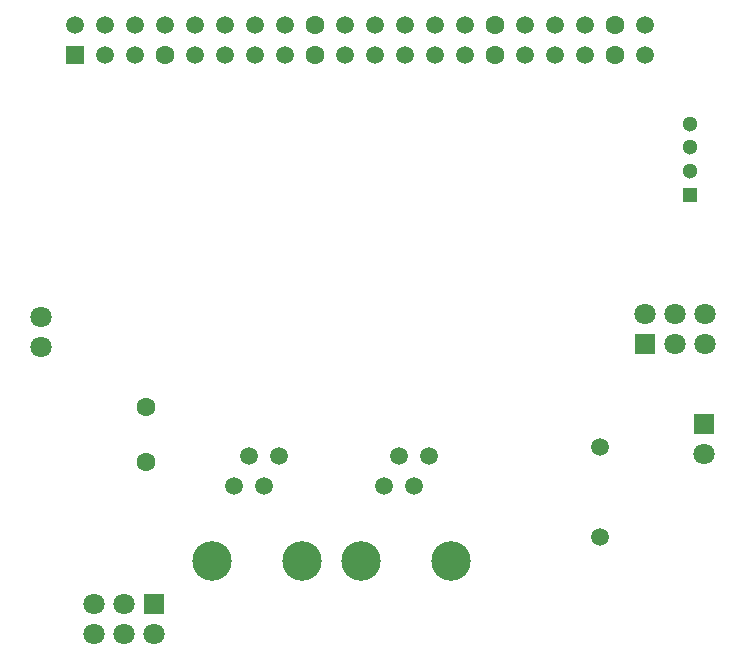
<source format=gbs>
G04 Layer_Color=16711935*
%FSLAX43Y43*%
%MOMM*%
G71*
G01*
G75*
%ADD45C,1.500*%
%ADD74C,1.800*%
%ADD75R,1.800X1.800*%
%ADD76C,1.498*%
%ADD77C,3.350*%
%ADD78C,0.100*%
%ADD79C,1.603*%
%ADD80R,1.500X1.500*%
%ADD81C,1.300*%
%ADD82R,1.300X1.300*%
%ADD83R,1.800X1.800*%
%ADD84C,1.600*%
D45*
X18451Y53753D02*
D03*
X20991D02*
D03*
X36231D02*
D03*
X33691D02*
D03*
X26071D02*
D03*
X23531D02*
D03*
X31151D02*
D03*
X41311D02*
D03*
X38771D02*
D03*
X46391D02*
D03*
X8291D02*
D03*
X10831D02*
D03*
X13371D02*
D03*
X15911D02*
D03*
X46391Y51213D02*
D03*
X38771D02*
D03*
X41311D02*
D03*
X31151D02*
D03*
X23531D02*
D03*
X26071D02*
D03*
X33691D02*
D03*
X36231D02*
D03*
X20991D02*
D03*
X13371D02*
D03*
X10831D02*
D03*
X18451D02*
D03*
X51471D02*
D03*
X48931D02*
D03*
X56551D02*
D03*
Y53753D02*
D03*
X48931D02*
D03*
X51471D02*
D03*
X52750Y10450D02*
D03*
Y18050D02*
D03*
D74*
X56560Y29265D02*
D03*
X59100Y29265D02*
D03*
X61640Y29265D02*
D03*
X61640Y26725D02*
D03*
X59100D02*
D03*
X5450Y29025D02*
D03*
Y26525D02*
D03*
X14973Y2235D02*
D03*
X12433Y2235D02*
D03*
X9893Y2235D02*
D03*
X9893Y4775D02*
D03*
X12433D02*
D03*
X61600Y17457D02*
D03*
D75*
X56560Y26725D02*
D03*
X14973Y4775D02*
D03*
D76*
X21810Y14750D02*
D03*
X23080Y17290D02*
D03*
X24350Y14750D02*
D03*
X25620Y17290D02*
D03*
X38255D02*
D03*
X36985Y14750D02*
D03*
X35715Y17290D02*
D03*
X34445Y14750D02*
D03*
D77*
X27525Y8400D02*
D03*
X19905D02*
D03*
X32540Y8400D02*
D03*
X40160Y8400D02*
D03*
D78*
X61500Y52500D02*
D03*
Y3500D02*
D03*
X3500D02*
D03*
D79*
X28611Y53753D02*
D03*
X43851D02*
D03*
Y51213D02*
D03*
X28611D02*
D03*
X15911D02*
D03*
X54011D02*
D03*
Y53753D02*
D03*
D80*
X8291Y51213D02*
D03*
D81*
X60400Y41400D02*
D03*
X60400Y43400D02*
D03*
X60400Y45400D02*
D03*
D82*
Y39400D02*
D03*
D83*
X61600Y19997D02*
D03*
D84*
X14325Y21391D02*
D03*
Y16741D02*
D03*
M02*

</source>
